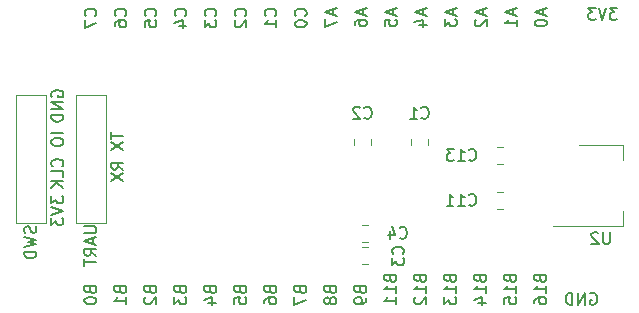
<source format=gbr>
G04 #@! TF.GenerationSoftware,KiCad,Pcbnew,5.1.5-52549c5~86~ubuntu18.04.1*
G04 #@! TF.CreationDate,2020-05-10T10:22:58+08:00*
G04 #@! TF.ProjectId,xzkb,787a6b62-2e6b-4696-9361-645f70636258,rev?*
G04 #@! TF.SameCoordinates,Original*
G04 #@! TF.FileFunction,Legend,Bot*
G04 #@! TF.FilePolarity,Positive*
%FSLAX46Y46*%
G04 Gerber Fmt 4.6, Leading zero omitted, Abs format (unit mm)*
G04 Created by KiCad (PCBNEW 5.1.5-52549c5~86~ubuntu18.04.1) date 2020-05-10 10:22:58*
%MOMM*%
%LPD*%
G04 APERTURE LIST*
%ADD10C,0.150000*%
%ADD11C,0.120000*%
G04 APERTURE END LIST*
D10*
X88010904Y-142502000D02*
X88106142Y-142454380D01*
X88249000Y-142454380D01*
X88391857Y-142502000D01*
X88487095Y-142597238D01*
X88534714Y-142692476D01*
X88582333Y-142882952D01*
X88582333Y-143025809D01*
X88534714Y-143216285D01*
X88487095Y-143311523D01*
X88391857Y-143406761D01*
X88249000Y-143454380D01*
X88153761Y-143454380D01*
X88010904Y-143406761D01*
X87963285Y-143359142D01*
X87963285Y-143025809D01*
X88153761Y-143025809D01*
X87534714Y-143454380D02*
X87534714Y-142454380D01*
X86963285Y-143454380D01*
X86963285Y-142454380D01*
X86487095Y-143454380D02*
X86487095Y-142454380D01*
X86249000Y-142454380D01*
X86106142Y-142502000D01*
X86010904Y-142597238D01*
X85963285Y-142692476D01*
X85915666Y-142882952D01*
X85915666Y-143025809D01*
X85963285Y-143216285D01*
X86010904Y-143311523D01*
X86106142Y-143406761D01*
X86249000Y-143454380D01*
X86487095Y-143454380D01*
X90265095Y-118324380D02*
X89646047Y-118324380D01*
X89979380Y-118705333D01*
X89836523Y-118705333D01*
X89741285Y-118752952D01*
X89693666Y-118800571D01*
X89646047Y-118895809D01*
X89646047Y-119133904D01*
X89693666Y-119229142D01*
X89741285Y-119276761D01*
X89836523Y-119324380D01*
X90122238Y-119324380D01*
X90217476Y-119276761D01*
X90265095Y-119229142D01*
X89360333Y-118324380D02*
X89027000Y-119324380D01*
X88693666Y-118324380D01*
X88455571Y-118324380D02*
X87836523Y-118324380D01*
X88169857Y-118705333D01*
X88027000Y-118705333D01*
X87931761Y-118752952D01*
X87884142Y-118800571D01*
X87836523Y-118895809D01*
X87836523Y-119133904D01*
X87884142Y-119229142D01*
X87931761Y-119276761D01*
X88027000Y-119324380D01*
X88312714Y-119324380D01*
X88407952Y-119276761D01*
X88455571Y-119229142D01*
X41044761Y-136818857D02*
X41092380Y-136961714D01*
X41092380Y-137199809D01*
X41044761Y-137295047D01*
X40997142Y-137342666D01*
X40901904Y-137390285D01*
X40806666Y-137390285D01*
X40711428Y-137342666D01*
X40663809Y-137295047D01*
X40616190Y-137199809D01*
X40568571Y-137009333D01*
X40520952Y-136914095D01*
X40473333Y-136866476D01*
X40378095Y-136818857D01*
X40282857Y-136818857D01*
X40187619Y-136866476D01*
X40140000Y-136914095D01*
X40092380Y-137009333D01*
X40092380Y-137247428D01*
X40140000Y-137390285D01*
X40092380Y-137723619D02*
X41092380Y-137961714D01*
X40378095Y-138152190D01*
X41092380Y-138342666D01*
X40092380Y-138580761D01*
X41092380Y-138961714D02*
X40092380Y-138961714D01*
X40092380Y-139199809D01*
X40140000Y-139342666D01*
X40235238Y-139437904D01*
X40330476Y-139485523D01*
X40520952Y-139533142D01*
X40663809Y-139533142D01*
X40854285Y-139485523D01*
X40949523Y-139437904D01*
X41044761Y-139342666D01*
X41092380Y-139199809D01*
X41092380Y-138961714D01*
X45172380Y-136834761D02*
X45981904Y-136834761D01*
X46077142Y-136882380D01*
X46124761Y-136930000D01*
X46172380Y-137025238D01*
X46172380Y-137215714D01*
X46124761Y-137310952D01*
X46077142Y-137358571D01*
X45981904Y-137406190D01*
X45172380Y-137406190D01*
X45886666Y-137834761D02*
X45886666Y-138310952D01*
X46172380Y-137739523D02*
X45172380Y-138072857D01*
X46172380Y-138406190D01*
X46172380Y-139310952D02*
X45696190Y-138977619D01*
X46172380Y-138739523D02*
X45172380Y-138739523D01*
X45172380Y-139120476D01*
X45220000Y-139215714D01*
X45267619Y-139263333D01*
X45362857Y-139310952D01*
X45505714Y-139310952D01*
X45600952Y-139263333D01*
X45648571Y-139215714D01*
X45696190Y-139120476D01*
X45696190Y-138739523D01*
X45172380Y-139596666D02*
X45172380Y-140168095D01*
X46172380Y-139882380D02*
X45172380Y-139882380D01*
D11*
X46990000Y-125730000D02*
X44450000Y-125730000D01*
X46990000Y-136525000D02*
X46990000Y-125730000D01*
X44450000Y-136525000D02*
X46990000Y-136525000D01*
X44450000Y-125730000D02*
X44450000Y-136525000D01*
X41910000Y-125730000D02*
X39370000Y-125730000D01*
X41910000Y-136525000D02*
X41910000Y-125730000D01*
X39370000Y-136525000D02*
X41910000Y-136525000D01*
X39370000Y-125730000D02*
X39370000Y-136525000D01*
D10*
X42378380Y-134270904D02*
X42378380Y-134889952D01*
X42759333Y-134556619D01*
X42759333Y-134699476D01*
X42806952Y-134794714D01*
X42854571Y-134842333D01*
X42949809Y-134889952D01*
X43187904Y-134889952D01*
X43283142Y-134842333D01*
X43330761Y-134794714D01*
X43378380Y-134699476D01*
X43378380Y-134413761D01*
X43330761Y-134318523D01*
X43283142Y-134270904D01*
X42378380Y-135175666D02*
X43378380Y-135509000D01*
X42378380Y-135842333D01*
X42378380Y-136080428D02*
X42378380Y-136699476D01*
X42759333Y-136366142D01*
X42759333Y-136509000D01*
X42806952Y-136604238D01*
X42854571Y-136651857D01*
X42949809Y-136699476D01*
X43187904Y-136699476D01*
X43283142Y-136651857D01*
X43330761Y-136604238D01*
X43378380Y-136509000D01*
X43378380Y-136223285D01*
X43330761Y-136128047D01*
X43283142Y-136080428D01*
X43283142Y-131738761D02*
X43330761Y-131691142D01*
X43378380Y-131548285D01*
X43378380Y-131453047D01*
X43330761Y-131310190D01*
X43235523Y-131214952D01*
X43140285Y-131167333D01*
X42949809Y-131119714D01*
X42806952Y-131119714D01*
X42616476Y-131167333D01*
X42521238Y-131214952D01*
X42426000Y-131310190D01*
X42378380Y-131453047D01*
X42378380Y-131548285D01*
X42426000Y-131691142D01*
X42473619Y-131738761D01*
X43378380Y-132643523D02*
X43378380Y-132167333D01*
X42378380Y-132167333D01*
X43378380Y-132976857D02*
X42378380Y-132976857D01*
X43378380Y-133548285D02*
X42806952Y-133119714D01*
X42378380Y-133548285D02*
X42949809Y-132976857D01*
X43378380Y-128931538D02*
X42378380Y-128931538D01*
X42378380Y-129598205D02*
X42378380Y-129788681D01*
X42426000Y-129883919D01*
X42521238Y-129979157D01*
X42711714Y-130026776D01*
X43045047Y-130026776D01*
X43235523Y-129979157D01*
X43330761Y-129883919D01*
X43378380Y-129788681D01*
X43378380Y-129598205D01*
X43330761Y-129502967D01*
X43235523Y-129407728D01*
X43045047Y-129360109D01*
X42711714Y-129360109D01*
X42521238Y-129407728D01*
X42426000Y-129502967D01*
X42378380Y-129598205D01*
X42426000Y-125857095D02*
X42378380Y-125761857D01*
X42378380Y-125619000D01*
X42426000Y-125476142D01*
X42521238Y-125380904D01*
X42616476Y-125333285D01*
X42806952Y-125285666D01*
X42949809Y-125285666D01*
X43140285Y-125333285D01*
X43235523Y-125380904D01*
X43330761Y-125476142D01*
X43378380Y-125619000D01*
X43378380Y-125714238D01*
X43330761Y-125857095D01*
X43283142Y-125904714D01*
X42949809Y-125904714D01*
X42949809Y-125714238D01*
X43378380Y-126333285D02*
X42378380Y-126333285D01*
X43378380Y-126904714D01*
X42378380Y-126904714D01*
X43378380Y-127380904D02*
X42378380Y-127380904D01*
X42378380Y-127619000D01*
X42426000Y-127761857D01*
X42521238Y-127857095D01*
X42616476Y-127904714D01*
X42806952Y-127952333D01*
X42949809Y-127952333D01*
X43140285Y-127904714D01*
X43235523Y-127857095D01*
X43330761Y-127761857D01*
X43378380Y-127619000D01*
X43378380Y-127380904D01*
X47453633Y-128854295D02*
X47453633Y-129425723D01*
X48453633Y-129140009D02*
X47453633Y-129140009D01*
X47453633Y-129663819D02*
X48453633Y-130330485D01*
X47453633Y-130330485D02*
X48453633Y-129663819D01*
X48453633Y-132014933D02*
X47977443Y-131681600D01*
X48453633Y-131443504D02*
X47453633Y-131443504D01*
X47453633Y-131824457D01*
X47501253Y-131919695D01*
X47548872Y-131967314D01*
X47644110Y-132014933D01*
X47786967Y-132014933D01*
X47882205Y-131967314D01*
X47929824Y-131919695D01*
X47977443Y-131824457D01*
X47977443Y-131443504D01*
X47453633Y-132348266D02*
X48453633Y-133014933D01*
X47453633Y-133014933D02*
X48453633Y-132348266D01*
X84012066Y-118462514D02*
X84012066Y-118938704D01*
X84297780Y-118367276D02*
X83297780Y-118700609D01*
X84297780Y-119033942D01*
X83297780Y-119557752D02*
X83297780Y-119652990D01*
X83345400Y-119748228D01*
X83393019Y-119795847D01*
X83488257Y-119843466D01*
X83678733Y-119891085D01*
X83916828Y-119891085D01*
X84107304Y-119843466D01*
X84202542Y-119795847D01*
X84250161Y-119748228D01*
X84297780Y-119652990D01*
X84297780Y-119557752D01*
X84250161Y-119462514D01*
X84202542Y-119414895D01*
X84107304Y-119367276D01*
X83916828Y-119319657D01*
X83678733Y-119319657D01*
X83488257Y-119367276D01*
X83393019Y-119414895D01*
X83345400Y-119462514D01*
X83297780Y-119557752D01*
X81471210Y-118462514D02*
X81471210Y-118938704D01*
X81756924Y-118367276D02*
X80756924Y-118700609D01*
X81756924Y-119033942D01*
X81756924Y-119891085D02*
X81756924Y-119319657D01*
X81756924Y-119605371D02*
X80756924Y-119605371D01*
X80899782Y-119510133D01*
X80995020Y-119414895D01*
X81042639Y-119319657D01*
X78930364Y-118462514D02*
X78930364Y-118938704D01*
X79216078Y-118367276D02*
X78216078Y-118700609D01*
X79216078Y-119033942D01*
X78311317Y-119319657D02*
X78263698Y-119367276D01*
X78216078Y-119462514D01*
X78216078Y-119700609D01*
X78263698Y-119795847D01*
X78311317Y-119843466D01*
X78406555Y-119891085D01*
X78501793Y-119891085D01*
X78644650Y-119843466D01*
X79216078Y-119272038D01*
X79216078Y-119891085D01*
X76389518Y-118462514D02*
X76389518Y-118938704D01*
X76675232Y-118367276D02*
X75675232Y-118700609D01*
X76675232Y-119033942D01*
X75675232Y-119272038D02*
X75675232Y-119891085D01*
X76056185Y-119557752D01*
X76056185Y-119700609D01*
X76103804Y-119795847D01*
X76151423Y-119843466D01*
X76246661Y-119891085D01*
X76484756Y-119891085D01*
X76579994Y-119843466D01*
X76627613Y-119795847D01*
X76675232Y-119700609D01*
X76675232Y-119414895D01*
X76627613Y-119319657D01*
X76579994Y-119272038D01*
X73848672Y-118462514D02*
X73848672Y-118938704D01*
X74134386Y-118367276D02*
X73134386Y-118700609D01*
X74134386Y-119033942D01*
X73467720Y-119795847D02*
X74134386Y-119795847D01*
X73086767Y-119557752D02*
X73801053Y-119319657D01*
X73801053Y-119938704D01*
X71307826Y-118462514D02*
X71307826Y-118938704D01*
X71593540Y-118367276D02*
X70593540Y-118700609D01*
X71593540Y-119033942D01*
X70593540Y-119843466D02*
X70593540Y-119367276D01*
X71069731Y-119319657D01*
X71022112Y-119367276D01*
X70974493Y-119462514D01*
X70974493Y-119700609D01*
X71022112Y-119795847D01*
X71069731Y-119843466D01*
X71164969Y-119891085D01*
X71403064Y-119891085D01*
X71498302Y-119843466D01*
X71545921Y-119795847D01*
X71593540Y-119700609D01*
X71593540Y-119462514D01*
X71545921Y-119367276D01*
X71498302Y-119319657D01*
X68766980Y-118462514D02*
X68766980Y-118938704D01*
X69052694Y-118367276D02*
X68052694Y-118700609D01*
X69052694Y-119033942D01*
X68052694Y-119795847D02*
X68052694Y-119605371D01*
X68100314Y-119510133D01*
X68147933Y-119462514D01*
X68290790Y-119367276D01*
X68481266Y-119319657D01*
X68862218Y-119319657D01*
X68957456Y-119367276D01*
X69005075Y-119414895D01*
X69052694Y-119510133D01*
X69052694Y-119700609D01*
X69005075Y-119795847D01*
X68957456Y-119843466D01*
X68862218Y-119891085D01*
X68624123Y-119891085D01*
X68528885Y-119843466D01*
X68481266Y-119795847D01*
X68433647Y-119700609D01*
X68433647Y-119510133D01*
X68481266Y-119414895D01*
X68528885Y-119367276D01*
X68624123Y-119319657D01*
X66226134Y-118462514D02*
X66226134Y-118938704D01*
X66511848Y-118367276D02*
X65511848Y-118700609D01*
X66511848Y-119033942D01*
X65511848Y-119272038D02*
X65511848Y-119938704D01*
X66511848Y-119510133D01*
X63875764Y-119010133D02*
X63923383Y-118962514D01*
X63971002Y-118819657D01*
X63971002Y-118724419D01*
X63923383Y-118581561D01*
X63828145Y-118486323D01*
X63732907Y-118438704D01*
X63542431Y-118391085D01*
X63399574Y-118391085D01*
X63209098Y-118438704D01*
X63113860Y-118486323D01*
X63018622Y-118581561D01*
X62971002Y-118724419D01*
X62971002Y-118819657D01*
X63018622Y-118962514D01*
X63066241Y-119010133D01*
X62971002Y-119629180D02*
X62971002Y-119724419D01*
X63018622Y-119819657D01*
X63066241Y-119867276D01*
X63161479Y-119914895D01*
X63351955Y-119962514D01*
X63590050Y-119962514D01*
X63780526Y-119914895D01*
X63875764Y-119867276D01*
X63923383Y-119819657D01*
X63971002Y-119724419D01*
X63971002Y-119629180D01*
X63923383Y-119533942D01*
X63875764Y-119486323D01*
X63780526Y-119438704D01*
X63590050Y-119391085D01*
X63351955Y-119391085D01*
X63161479Y-119438704D01*
X63066241Y-119486323D01*
X63018622Y-119533942D01*
X62971002Y-119629180D01*
X61334918Y-119010133D02*
X61382537Y-118962514D01*
X61430156Y-118819657D01*
X61430156Y-118724419D01*
X61382537Y-118581561D01*
X61287299Y-118486323D01*
X61192061Y-118438704D01*
X61001585Y-118391085D01*
X60858728Y-118391085D01*
X60668252Y-118438704D01*
X60573014Y-118486323D01*
X60477776Y-118581561D01*
X60430156Y-118724419D01*
X60430156Y-118819657D01*
X60477776Y-118962514D01*
X60525395Y-119010133D01*
X61430156Y-119962514D02*
X61430156Y-119391085D01*
X61430156Y-119676800D02*
X60430156Y-119676800D01*
X60573014Y-119581561D01*
X60668252Y-119486323D01*
X60715871Y-119391085D01*
X58794072Y-119010133D02*
X58841691Y-118962514D01*
X58889310Y-118819657D01*
X58889310Y-118724419D01*
X58841691Y-118581561D01*
X58746453Y-118486323D01*
X58651215Y-118438704D01*
X58460739Y-118391085D01*
X58317882Y-118391085D01*
X58127406Y-118438704D01*
X58032168Y-118486323D01*
X57936930Y-118581561D01*
X57889310Y-118724419D01*
X57889310Y-118819657D01*
X57936930Y-118962514D01*
X57984549Y-119010133D01*
X57984549Y-119391085D02*
X57936930Y-119438704D01*
X57889310Y-119533942D01*
X57889310Y-119772038D01*
X57936930Y-119867276D01*
X57984549Y-119914895D01*
X58079787Y-119962514D01*
X58175025Y-119962514D01*
X58317882Y-119914895D01*
X58889310Y-119343466D01*
X58889310Y-119962514D01*
X56253226Y-119010133D02*
X56300845Y-118962514D01*
X56348464Y-118819657D01*
X56348464Y-118724419D01*
X56300845Y-118581561D01*
X56205607Y-118486323D01*
X56110369Y-118438704D01*
X55919893Y-118391085D01*
X55777036Y-118391085D01*
X55586560Y-118438704D01*
X55491322Y-118486323D01*
X55396084Y-118581561D01*
X55348464Y-118724419D01*
X55348464Y-118819657D01*
X55396084Y-118962514D01*
X55443703Y-119010133D01*
X55348464Y-119343466D02*
X55348464Y-119962514D01*
X55729417Y-119629180D01*
X55729417Y-119772038D01*
X55777036Y-119867276D01*
X55824655Y-119914895D01*
X55919893Y-119962514D01*
X56157988Y-119962514D01*
X56253226Y-119914895D01*
X56300845Y-119867276D01*
X56348464Y-119772038D01*
X56348464Y-119486323D01*
X56300845Y-119391085D01*
X56253226Y-119343466D01*
X53712380Y-119010133D02*
X53759999Y-118962514D01*
X53807618Y-118819657D01*
X53807618Y-118724419D01*
X53759999Y-118581561D01*
X53664761Y-118486323D01*
X53569523Y-118438704D01*
X53379047Y-118391085D01*
X53236190Y-118391085D01*
X53045714Y-118438704D01*
X52950476Y-118486323D01*
X52855238Y-118581561D01*
X52807618Y-118724419D01*
X52807618Y-118819657D01*
X52855238Y-118962514D01*
X52902857Y-119010133D01*
X53140952Y-119867276D02*
X53807618Y-119867276D01*
X52759999Y-119629180D02*
X53474285Y-119391085D01*
X53474285Y-120010133D01*
X51171534Y-119010133D02*
X51219153Y-118962514D01*
X51266772Y-118819657D01*
X51266772Y-118724419D01*
X51219153Y-118581561D01*
X51123915Y-118486323D01*
X51028677Y-118438704D01*
X50838201Y-118391085D01*
X50695344Y-118391085D01*
X50504868Y-118438704D01*
X50409630Y-118486323D01*
X50314392Y-118581561D01*
X50266772Y-118724419D01*
X50266772Y-118819657D01*
X50314392Y-118962514D01*
X50362011Y-119010133D01*
X50266772Y-119914895D02*
X50266772Y-119438704D01*
X50742963Y-119391085D01*
X50695344Y-119438704D01*
X50647725Y-119533942D01*
X50647725Y-119772038D01*
X50695344Y-119867276D01*
X50742963Y-119914895D01*
X50838201Y-119962514D01*
X51076296Y-119962514D01*
X51171534Y-119914895D01*
X51219153Y-119867276D01*
X51266772Y-119772038D01*
X51266772Y-119533942D01*
X51219153Y-119438704D01*
X51171534Y-119391085D01*
X48630688Y-119010133D02*
X48678307Y-118962514D01*
X48725926Y-118819657D01*
X48725926Y-118724419D01*
X48678307Y-118581561D01*
X48583069Y-118486323D01*
X48487831Y-118438704D01*
X48297355Y-118391085D01*
X48154498Y-118391085D01*
X47964022Y-118438704D01*
X47868784Y-118486323D01*
X47773546Y-118581561D01*
X47725926Y-118724419D01*
X47725926Y-118819657D01*
X47773546Y-118962514D01*
X47821165Y-119010133D01*
X47725926Y-119867276D02*
X47725926Y-119676800D01*
X47773546Y-119581561D01*
X47821165Y-119533942D01*
X47964022Y-119438704D01*
X48154498Y-119391085D01*
X48535450Y-119391085D01*
X48630688Y-119438704D01*
X48678307Y-119486323D01*
X48725926Y-119581561D01*
X48725926Y-119772038D01*
X48678307Y-119867276D01*
X48630688Y-119914895D01*
X48535450Y-119962514D01*
X48297355Y-119962514D01*
X48202117Y-119914895D01*
X48154498Y-119867276D01*
X48106879Y-119772038D01*
X48106879Y-119581561D01*
X48154498Y-119486323D01*
X48202117Y-119438704D01*
X48297355Y-119391085D01*
X46089842Y-119010133D02*
X46137461Y-118962514D01*
X46185080Y-118819657D01*
X46185080Y-118724419D01*
X46137461Y-118581561D01*
X46042223Y-118486323D01*
X45946985Y-118438704D01*
X45756509Y-118391085D01*
X45613652Y-118391085D01*
X45423176Y-118438704D01*
X45327938Y-118486323D01*
X45232700Y-118581561D01*
X45185080Y-118724419D01*
X45185080Y-118819657D01*
X45232700Y-118962514D01*
X45280319Y-119010133D01*
X45185080Y-119343466D02*
X45185080Y-120010133D01*
X46185080Y-119581561D01*
X83748571Y-141263856D02*
X83796190Y-141406713D01*
X83843809Y-141454332D01*
X83939047Y-141501951D01*
X84081904Y-141501951D01*
X84177142Y-141454332D01*
X84224761Y-141406713D01*
X84272380Y-141311475D01*
X84272380Y-140930523D01*
X83272380Y-140930523D01*
X83272380Y-141263856D01*
X83320000Y-141359094D01*
X83367619Y-141406713D01*
X83462857Y-141454332D01*
X83558095Y-141454332D01*
X83653333Y-141406713D01*
X83700952Y-141359094D01*
X83748571Y-141263856D01*
X83748571Y-140930523D01*
X84272380Y-142454332D02*
X84272380Y-141882904D01*
X84272380Y-142168618D02*
X83272380Y-142168618D01*
X83415238Y-142073380D01*
X83510476Y-141978142D01*
X83558095Y-141882904D01*
X83272380Y-143311475D02*
X83272380Y-143120999D01*
X83320000Y-143025761D01*
X83367619Y-142978142D01*
X83510476Y-142882904D01*
X83700952Y-142835285D01*
X84081904Y-142835285D01*
X84177142Y-142882904D01*
X84224761Y-142930523D01*
X84272380Y-143025761D01*
X84272380Y-143216237D01*
X84224761Y-143311475D01*
X84177142Y-143359094D01*
X84081904Y-143406713D01*
X83843809Y-143406713D01*
X83748571Y-143359094D01*
X83700952Y-143311475D01*
X83653333Y-143216237D01*
X83653333Y-143025761D01*
X83700952Y-142930523D01*
X83748571Y-142882904D01*
X83843809Y-142835285D01*
X81208571Y-141263856D02*
X81256190Y-141406713D01*
X81303809Y-141454332D01*
X81399047Y-141501951D01*
X81541904Y-141501951D01*
X81637142Y-141454332D01*
X81684761Y-141406713D01*
X81732380Y-141311475D01*
X81732380Y-140930523D01*
X80732380Y-140930523D01*
X80732380Y-141263856D01*
X80780000Y-141359094D01*
X80827619Y-141406713D01*
X80922857Y-141454332D01*
X81018095Y-141454332D01*
X81113333Y-141406713D01*
X81160952Y-141359094D01*
X81208571Y-141263856D01*
X81208571Y-140930523D01*
X81732380Y-142454332D02*
X81732380Y-141882904D01*
X81732380Y-142168618D02*
X80732380Y-142168618D01*
X80875238Y-142073380D01*
X80970476Y-141978142D01*
X81018095Y-141882904D01*
X80732380Y-143359094D02*
X80732380Y-142882904D01*
X81208571Y-142835285D01*
X81160952Y-142882904D01*
X81113333Y-142978142D01*
X81113333Y-143216237D01*
X81160952Y-143311475D01*
X81208571Y-143359094D01*
X81303809Y-143406713D01*
X81541904Y-143406713D01*
X81637142Y-143359094D01*
X81684761Y-143311475D01*
X81732380Y-143216237D01*
X81732380Y-142978142D01*
X81684761Y-142882904D01*
X81637142Y-142835285D01*
X78668571Y-141263856D02*
X78716190Y-141406713D01*
X78763809Y-141454332D01*
X78859047Y-141501951D01*
X79001904Y-141501951D01*
X79097142Y-141454332D01*
X79144761Y-141406713D01*
X79192380Y-141311475D01*
X79192380Y-140930523D01*
X78192380Y-140930523D01*
X78192380Y-141263856D01*
X78240000Y-141359094D01*
X78287619Y-141406713D01*
X78382857Y-141454332D01*
X78478095Y-141454332D01*
X78573333Y-141406713D01*
X78620952Y-141359094D01*
X78668571Y-141263856D01*
X78668571Y-140930523D01*
X79192380Y-142454332D02*
X79192380Y-141882904D01*
X79192380Y-142168618D02*
X78192380Y-142168618D01*
X78335238Y-142073380D01*
X78430476Y-141978142D01*
X78478095Y-141882904D01*
X78525714Y-143311475D02*
X79192380Y-143311475D01*
X78144761Y-143073380D02*
X78859047Y-142835285D01*
X78859047Y-143454332D01*
X76128571Y-141263856D02*
X76176190Y-141406713D01*
X76223809Y-141454332D01*
X76319047Y-141501951D01*
X76461904Y-141501951D01*
X76557142Y-141454332D01*
X76604761Y-141406713D01*
X76652380Y-141311475D01*
X76652380Y-140930523D01*
X75652380Y-140930523D01*
X75652380Y-141263856D01*
X75700000Y-141359094D01*
X75747619Y-141406713D01*
X75842857Y-141454332D01*
X75938095Y-141454332D01*
X76033333Y-141406713D01*
X76080952Y-141359094D01*
X76128571Y-141263856D01*
X76128571Y-140930523D01*
X76652380Y-142454332D02*
X76652380Y-141882904D01*
X76652380Y-142168618D02*
X75652380Y-142168618D01*
X75795238Y-142073380D01*
X75890476Y-141978142D01*
X75938095Y-141882904D01*
X75652380Y-142787666D02*
X75652380Y-143406713D01*
X76033333Y-143073380D01*
X76033333Y-143216237D01*
X76080952Y-143311475D01*
X76128571Y-143359094D01*
X76223809Y-143406713D01*
X76461904Y-143406713D01*
X76557142Y-143359094D01*
X76604761Y-143311475D01*
X76652380Y-143216237D01*
X76652380Y-142930523D01*
X76604761Y-142835285D01*
X76557142Y-142787666D01*
X68508571Y-142216238D02*
X68556190Y-142359095D01*
X68603809Y-142406714D01*
X68699047Y-142454333D01*
X68841904Y-142454333D01*
X68937142Y-142406714D01*
X68984761Y-142359095D01*
X69032380Y-142263857D01*
X69032380Y-141882904D01*
X68032380Y-141882904D01*
X68032380Y-142216238D01*
X68080000Y-142311476D01*
X68127619Y-142359095D01*
X68222857Y-142406714D01*
X68318095Y-142406714D01*
X68413333Y-142359095D01*
X68460952Y-142311476D01*
X68508571Y-142216238D01*
X68508571Y-141882904D01*
X69032380Y-142930523D02*
X69032380Y-143121000D01*
X68984761Y-143216238D01*
X68937142Y-143263857D01*
X68794285Y-143359095D01*
X68603809Y-143406714D01*
X68222857Y-143406714D01*
X68127619Y-143359095D01*
X68080000Y-143311476D01*
X68032380Y-143216238D01*
X68032380Y-143025761D01*
X68080000Y-142930523D01*
X68127619Y-142882904D01*
X68222857Y-142835285D01*
X68460952Y-142835285D01*
X68556190Y-142882904D01*
X68603809Y-142930523D01*
X68651428Y-143025761D01*
X68651428Y-143216238D01*
X68603809Y-143311476D01*
X68556190Y-143359095D01*
X68460952Y-143406714D01*
X65968571Y-142216238D02*
X66016190Y-142359095D01*
X66063809Y-142406714D01*
X66159047Y-142454333D01*
X66301904Y-142454333D01*
X66397142Y-142406714D01*
X66444761Y-142359095D01*
X66492380Y-142263857D01*
X66492380Y-141882904D01*
X65492380Y-141882904D01*
X65492380Y-142216238D01*
X65540000Y-142311476D01*
X65587619Y-142359095D01*
X65682857Y-142406714D01*
X65778095Y-142406714D01*
X65873333Y-142359095D01*
X65920952Y-142311476D01*
X65968571Y-142216238D01*
X65968571Y-141882904D01*
X65920952Y-143025761D02*
X65873333Y-142930523D01*
X65825714Y-142882904D01*
X65730476Y-142835285D01*
X65682857Y-142835285D01*
X65587619Y-142882904D01*
X65540000Y-142930523D01*
X65492380Y-143025761D01*
X65492380Y-143216238D01*
X65540000Y-143311476D01*
X65587619Y-143359095D01*
X65682857Y-143406714D01*
X65730476Y-143406714D01*
X65825714Y-143359095D01*
X65873333Y-143311476D01*
X65920952Y-143216238D01*
X65920952Y-143025761D01*
X65968571Y-142930523D01*
X66016190Y-142882904D01*
X66111428Y-142835285D01*
X66301904Y-142835285D01*
X66397142Y-142882904D01*
X66444761Y-142930523D01*
X66492380Y-143025761D01*
X66492380Y-143216238D01*
X66444761Y-143311476D01*
X66397142Y-143359095D01*
X66301904Y-143406714D01*
X66111428Y-143406714D01*
X66016190Y-143359095D01*
X65968571Y-143311476D01*
X65920952Y-143216238D01*
X73588571Y-141263856D02*
X73636190Y-141406713D01*
X73683809Y-141454332D01*
X73779047Y-141501951D01*
X73921904Y-141501951D01*
X74017142Y-141454332D01*
X74064761Y-141406713D01*
X74112380Y-141311475D01*
X74112380Y-140930523D01*
X73112380Y-140930523D01*
X73112380Y-141263856D01*
X73160000Y-141359094D01*
X73207619Y-141406713D01*
X73302857Y-141454332D01*
X73398095Y-141454332D01*
X73493333Y-141406713D01*
X73540952Y-141359094D01*
X73588571Y-141263856D01*
X73588571Y-140930523D01*
X74112380Y-142454332D02*
X74112380Y-141882904D01*
X74112380Y-142168618D02*
X73112380Y-142168618D01*
X73255238Y-142073380D01*
X73350476Y-141978142D01*
X73398095Y-141882904D01*
X73207619Y-142835285D02*
X73160000Y-142882904D01*
X73112380Y-142978142D01*
X73112380Y-143216237D01*
X73160000Y-143311475D01*
X73207619Y-143359094D01*
X73302857Y-143406713D01*
X73398095Y-143406713D01*
X73540952Y-143359094D01*
X74112380Y-142787666D01*
X74112380Y-143406713D01*
X71048571Y-141263856D02*
X71096190Y-141406713D01*
X71143809Y-141454332D01*
X71239047Y-141501951D01*
X71381904Y-141501951D01*
X71477142Y-141454332D01*
X71524761Y-141406713D01*
X71572380Y-141311475D01*
X71572380Y-140930523D01*
X70572380Y-140930523D01*
X70572380Y-141263856D01*
X70620000Y-141359094D01*
X70667619Y-141406713D01*
X70762857Y-141454332D01*
X70858095Y-141454332D01*
X70953333Y-141406713D01*
X71000952Y-141359094D01*
X71048571Y-141263856D01*
X71048571Y-140930523D01*
X71572380Y-142454332D02*
X71572380Y-141882904D01*
X71572380Y-142168618D02*
X70572380Y-142168618D01*
X70715238Y-142073380D01*
X70810476Y-141978142D01*
X70858095Y-141882904D01*
X71572380Y-143406713D02*
X71572380Y-142835285D01*
X71572380Y-143120999D02*
X70572380Y-143120999D01*
X70715238Y-143025761D01*
X70810476Y-142930523D01*
X70858095Y-142835285D01*
X63428571Y-142216238D02*
X63476190Y-142359095D01*
X63523809Y-142406714D01*
X63619047Y-142454333D01*
X63761904Y-142454333D01*
X63857142Y-142406714D01*
X63904761Y-142359095D01*
X63952380Y-142263857D01*
X63952380Y-141882904D01*
X62952380Y-141882904D01*
X62952380Y-142216238D01*
X63000000Y-142311476D01*
X63047619Y-142359095D01*
X63142857Y-142406714D01*
X63238095Y-142406714D01*
X63333333Y-142359095D01*
X63380952Y-142311476D01*
X63428571Y-142216238D01*
X63428571Y-141882904D01*
X62952380Y-142787666D02*
X62952380Y-143454333D01*
X63952380Y-143025761D01*
X60888571Y-142216238D02*
X60936190Y-142359095D01*
X60983809Y-142406714D01*
X61079047Y-142454333D01*
X61221904Y-142454333D01*
X61317142Y-142406714D01*
X61364761Y-142359095D01*
X61412380Y-142263857D01*
X61412380Y-141882904D01*
X60412380Y-141882904D01*
X60412380Y-142216238D01*
X60460000Y-142311476D01*
X60507619Y-142359095D01*
X60602857Y-142406714D01*
X60698095Y-142406714D01*
X60793333Y-142359095D01*
X60840952Y-142311476D01*
X60888571Y-142216238D01*
X60888571Y-141882904D01*
X60412380Y-143311476D02*
X60412380Y-143121000D01*
X60460000Y-143025761D01*
X60507619Y-142978142D01*
X60650476Y-142882904D01*
X60840952Y-142835285D01*
X61221904Y-142835285D01*
X61317142Y-142882904D01*
X61364761Y-142930523D01*
X61412380Y-143025761D01*
X61412380Y-143216238D01*
X61364761Y-143311476D01*
X61317142Y-143359095D01*
X61221904Y-143406714D01*
X60983809Y-143406714D01*
X60888571Y-143359095D01*
X60840952Y-143311476D01*
X60793333Y-143216238D01*
X60793333Y-143025761D01*
X60840952Y-142930523D01*
X60888571Y-142882904D01*
X60983809Y-142835285D01*
X58348571Y-142216238D02*
X58396190Y-142359095D01*
X58443809Y-142406714D01*
X58539047Y-142454333D01*
X58681904Y-142454333D01*
X58777142Y-142406714D01*
X58824761Y-142359095D01*
X58872380Y-142263857D01*
X58872380Y-141882904D01*
X57872380Y-141882904D01*
X57872380Y-142216238D01*
X57920000Y-142311476D01*
X57967619Y-142359095D01*
X58062857Y-142406714D01*
X58158095Y-142406714D01*
X58253333Y-142359095D01*
X58300952Y-142311476D01*
X58348571Y-142216238D01*
X58348571Y-141882904D01*
X57872380Y-143359095D02*
X57872380Y-142882904D01*
X58348571Y-142835285D01*
X58300952Y-142882904D01*
X58253333Y-142978142D01*
X58253333Y-143216238D01*
X58300952Y-143311476D01*
X58348571Y-143359095D01*
X58443809Y-143406714D01*
X58681904Y-143406714D01*
X58777142Y-143359095D01*
X58824761Y-143311476D01*
X58872380Y-143216238D01*
X58872380Y-142978142D01*
X58824761Y-142882904D01*
X58777142Y-142835285D01*
X55808571Y-142216238D02*
X55856190Y-142359095D01*
X55903809Y-142406714D01*
X55999047Y-142454333D01*
X56141904Y-142454333D01*
X56237142Y-142406714D01*
X56284761Y-142359095D01*
X56332380Y-142263857D01*
X56332380Y-141882904D01*
X55332380Y-141882904D01*
X55332380Y-142216238D01*
X55380000Y-142311476D01*
X55427619Y-142359095D01*
X55522857Y-142406714D01*
X55618095Y-142406714D01*
X55713333Y-142359095D01*
X55760952Y-142311476D01*
X55808571Y-142216238D01*
X55808571Y-141882904D01*
X55665714Y-143311476D02*
X56332380Y-143311476D01*
X55284761Y-143073380D02*
X55999047Y-142835285D01*
X55999047Y-143454333D01*
X53268571Y-142216238D02*
X53316190Y-142359095D01*
X53363809Y-142406714D01*
X53459047Y-142454333D01*
X53601904Y-142454333D01*
X53697142Y-142406714D01*
X53744761Y-142359095D01*
X53792380Y-142263857D01*
X53792380Y-141882904D01*
X52792380Y-141882904D01*
X52792380Y-142216238D01*
X52840000Y-142311476D01*
X52887619Y-142359095D01*
X52982857Y-142406714D01*
X53078095Y-142406714D01*
X53173333Y-142359095D01*
X53220952Y-142311476D01*
X53268571Y-142216238D01*
X53268571Y-141882904D01*
X52792380Y-142787666D02*
X52792380Y-143406714D01*
X53173333Y-143073380D01*
X53173333Y-143216238D01*
X53220952Y-143311476D01*
X53268571Y-143359095D01*
X53363809Y-143406714D01*
X53601904Y-143406714D01*
X53697142Y-143359095D01*
X53744761Y-143311476D01*
X53792380Y-143216238D01*
X53792380Y-142930523D01*
X53744761Y-142835285D01*
X53697142Y-142787666D01*
X50728571Y-142216238D02*
X50776190Y-142359095D01*
X50823809Y-142406714D01*
X50919047Y-142454333D01*
X51061904Y-142454333D01*
X51157142Y-142406714D01*
X51204761Y-142359095D01*
X51252380Y-142263857D01*
X51252380Y-141882904D01*
X50252380Y-141882904D01*
X50252380Y-142216238D01*
X50300000Y-142311476D01*
X50347619Y-142359095D01*
X50442857Y-142406714D01*
X50538095Y-142406714D01*
X50633333Y-142359095D01*
X50680952Y-142311476D01*
X50728571Y-142216238D01*
X50728571Y-141882904D01*
X50347619Y-142835285D02*
X50300000Y-142882904D01*
X50252380Y-142978142D01*
X50252380Y-143216238D01*
X50300000Y-143311476D01*
X50347619Y-143359095D01*
X50442857Y-143406714D01*
X50538095Y-143406714D01*
X50680952Y-143359095D01*
X51252380Y-142787666D01*
X51252380Y-143406714D01*
X48188571Y-142216238D02*
X48236190Y-142359095D01*
X48283809Y-142406714D01*
X48379047Y-142454333D01*
X48521904Y-142454333D01*
X48617142Y-142406714D01*
X48664761Y-142359095D01*
X48712380Y-142263857D01*
X48712380Y-141882904D01*
X47712380Y-141882904D01*
X47712380Y-142216238D01*
X47760000Y-142311476D01*
X47807619Y-142359095D01*
X47902857Y-142406714D01*
X47998095Y-142406714D01*
X48093333Y-142359095D01*
X48140952Y-142311476D01*
X48188571Y-142216238D01*
X48188571Y-141882904D01*
X48712380Y-143406714D02*
X48712380Y-142835285D01*
X48712380Y-143121000D02*
X47712380Y-143121000D01*
X47855238Y-143025761D01*
X47950476Y-142930523D01*
X47998095Y-142835285D01*
X45648571Y-142216238D02*
X45696190Y-142359095D01*
X45743809Y-142406714D01*
X45839047Y-142454333D01*
X45981904Y-142454333D01*
X46077142Y-142406714D01*
X46124761Y-142359095D01*
X46172380Y-142263857D01*
X46172380Y-141882904D01*
X45172380Y-141882904D01*
X45172380Y-142216238D01*
X45220000Y-142311476D01*
X45267619Y-142359095D01*
X45362857Y-142406714D01*
X45458095Y-142406714D01*
X45553333Y-142359095D01*
X45600952Y-142311476D01*
X45648571Y-142216238D01*
X45648571Y-141882904D01*
X45172380Y-143073380D02*
X45172380Y-143168619D01*
X45220000Y-143263857D01*
X45267619Y-143311476D01*
X45362857Y-143359095D01*
X45553333Y-143406714D01*
X45791428Y-143406714D01*
X45981904Y-143359095D01*
X46077142Y-143311476D01*
X46124761Y-143263857D01*
X46172380Y-143168619D01*
X46172380Y-143073380D01*
X46124761Y-142978142D01*
X46077142Y-142930523D01*
X45981904Y-142882904D01*
X45791428Y-142835285D01*
X45553333Y-142835285D01*
X45362857Y-142882904D01*
X45267619Y-142930523D01*
X45220000Y-142978142D01*
X45172380Y-143073380D01*
D11*
X90810000Y-129940000D02*
X90810000Y-131200000D01*
X90810000Y-136760000D02*
X90810000Y-135500000D01*
X87050000Y-129940000D02*
X90810000Y-129940000D01*
X84800000Y-136760000D02*
X90810000Y-136760000D01*
X80083922Y-131520000D02*
X80601078Y-131520000D01*
X80083922Y-130100000D02*
X80601078Y-130100000D01*
X80083922Y-135330000D02*
X80601078Y-135330000D01*
X80083922Y-133910000D02*
X80601078Y-133910000D01*
X68702422Y-138124000D02*
X69219578Y-138124000D01*
X68702422Y-136704000D02*
X69219578Y-136704000D01*
X68702422Y-140029000D02*
X69219578Y-140029000D01*
X68702422Y-138609000D02*
X69219578Y-138609000D01*
X69417000Y-129925578D02*
X69417000Y-129408422D01*
X67997000Y-129925578D02*
X67997000Y-129408422D01*
X74243000Y-129925578D02*
X74243000Y-129408422D01*
X72823000Y-129925578D02*
X72823000Y-129408422D01*
D10*
X89661904Y-137302380D02*
X89661904Y-138111904D01*
X89614285Y-138207142D01*
X89566666Y-138254761D01*
X89471428Y-138302380D01*
X89280952Y-138302380D01*
X89185714Y-138254761D01*
X89138095Y-138207142D01*
X89090476Y-138111904D01*
X89090476Y-137302380D01*
X88661904Y-137397619D02*
X88614285Y-137350000D01*
X88519047Y-137302380D01*
X88280952Y-137302380D01*
X88185714Y-137350000D01*
X88138095Y-137397619D01*
X88090476Y-137492857D01*
X88090476Y-137588095D01*
X88138095Y-137730952D01*
X88709523Y-138302380D01*
X88090476Y-138302380D01*
X77731857Y-131167142D02*
X77779476Y-131214761D01*
X77922333Y-131262380D01*
X78017571Y-131262380D01*
X78160428Y-131214761D01*
X78255666Y-131119523D01*
X78303285Y-131024285D01*
X78350904Y-130833809D01*
X78350904Y-130690952D01*
X78303285Y-130500476D01*
X78255666Y-130405238D01*
X78160428Y-130310000D01*
X78017571Y-130262380D01*
X77922333Y-130262380D01*
X77779476Y-130310000D01*
X77731857Y-130357619D01*
X76779476Y-131262380D02*
X77350904Y-131262380D01*
X77065190Y-131262380D02*
X77065190Y-130262380D01*
X77160428Y-130405238D01*
X77255666Y-130500476D01*
X77350904Y-130548095D01*
X76446142Y-130262380D02*
X75827095Y-130262380D01*
X76160428Y-130643333D01*
X76017571Y-130643333D01*
X75922333Y-130690952D01*
X75874714Y-130738571D01*
X75827095Y-130833809D01*
X75827095Y-131071904D01*
X75874714Y-131167142D01*
X75922333Y-131214761D01*
X76017571Y-131262380D01*
X76303285Y-131262380D01*
X76398523Y-131214761D01*
X76446142Y-131167142D01*
X77731857Y-134977142D02*
X77779476Y-135024761D01*
X77922333Y-135072380D01*
X78017571Y-135072380D01*
X78160428Y-135024761D01*
X78255666Y-134929523D01*
X78303285Y-134834285D01*
X78350904Y-134643809D01*
X78350904Y-134500952D01*
X78303285Y-134310476D01*
X78255666Y-134215238D01*
X78160428Y-134120000D01*
X78017571Y-134072380D01*
X77922333Y-134072380D01*
X77779476Y-134120000D01*
X77731857Y-134167619D01*
X76779476Y-135072380D02*
X77350904Y-135072380D01*
X77065190Y-135072380D02*
X77065190Y-134072380D01*
X77160428Y-134215238D01*
X77255666Y-134310476D01*
X77350904Y-134358095D01*
X75827095Y-135072380D02*
X76398523Y-135072380D01*
X76112809Y-135072380D02*
X76112809Y-134072380D01*
X76208047Y-134215238D01*
X76303285Y-134310476D01*
X76398523Y-134358095D01*
X71858166Y-137771142D02*
X71905785Y-137818761D01*
X72048642Y-137866380D01*
X72143880Y-137866380D01*
X72286738Y-137818761D01*
X72381976Y-137723523D01*
X72429595Y-137628285D01*
X72477214Y-137437809D01*
X72477214Y-137294952D01*
X72429595Y-137104476D01*
X72381976Y-137009238D01*
X72286738Y-136914000D01*
X72143880Y-136866380D01*
X72048642Y-136866380D01*
X71905785Y-136914000D01*
X71858166Y-136961619D01*
X71001023Y-137199714D02*
X71001023Y-137866380D01*
X71239119Y-136818761D02*
X71477214Y-137533047D01*
X70858166Y-137533047D01*
X72112142Y-139152333D02*
X72159761Y-139104714D01*
X72207380Y-138961857D01*
X72207380Y-138866619D01*
X72159761Y-138723761D01*
X72064523Y-138628523D01*
X71969285Y-138580904D01*
X71778809Y-138533285D01*
X71635952Y-138533285D01*
X71445476Y-138580904D01*
X71350238Y-138628523D01*
X71255000Y-138723761D01*
X71207380Y-138866619D01*
X71207380Y-138961857D01*
X71255000Y-139104714D01*
X71302619Y-139152333D01*
X71207380Y-139485666D02*
X71207380Y-140104714D01*
X71588333Y-139771380D01*
X71588333Y-139914238D01*
X71635952Y-140009476D01*
X71683571Y-140057095D01*
X71778809Y-140104714D01*
X72016904Y-140104714D01*
X72112142Y-140057095D01*
X72159761Y-140009476D01*
X72207380Y-139914238D01*
X72207380Y-139628523D01*
X72159761Y-139533285D01*
X72112142Y-139485666D01*
X68873666Y-127611142D02*
X68921285Y-127658761D01*
X69064142Y-127706380D01*
X69159380Y-127706380D01*
X69302238Y-127658761D01*
X69397476Y-127563523D01*
X69445095Y-127468285D01*
X69492714Y-127277809D01*
X69492714Y-127134952D01*
X69445095Y-126944476D01*
X69397476Y-126849238D01*
X69302238Y-126754000D01*
X69159380Y-126706380D01*
X69064142Y-126706380D01*
X68921285Y-126754000D01*
X68873666Y-126801619D01*
X68492714Y-126801619D02*
X68445095Y-126754000D01*
X68349857Y-126706380D01*
X68111761Y-126706380D01*
X68016523Y-126754000D01*
X67968904Y-126801619D01*
X67921285Y-126896857D01*
X67921285Y-126992095D01*
X67968904Y-127134952D01*
X68540333Y-127706380D01*
X67921285Y-127706380D01*
X73699666Y-127611142D02*
X73747285Y-127658761D01*
X73890142Y-127706380D01*
X73985380Y-127706380D01*
X74128238Y-127658761D01*
X74223476Y-127563523D01*
X74271095Y-127468285D01*
X74318714Y-127277809D01*
X74318714Y-127134952D01*
X74271095Y-126944476D01*
X74223476Y-126849238D01*
X74128238Y-126754000D01*
X73985380Y-126706380D01*
X73890142Y-126706380D01*
X73747285Y-126754000D01*
X73699666Y-126801619D01*
X72747285Y-127706380D02*
X73318714Y-127706380D01*
X73033000Y-127706380D02*
X73033000Y-126706380D01*
X73128238Y-126849238D01*
X73223476Y-126944476D01*
X73318714Y-126992095D01*
M02*

</source>
